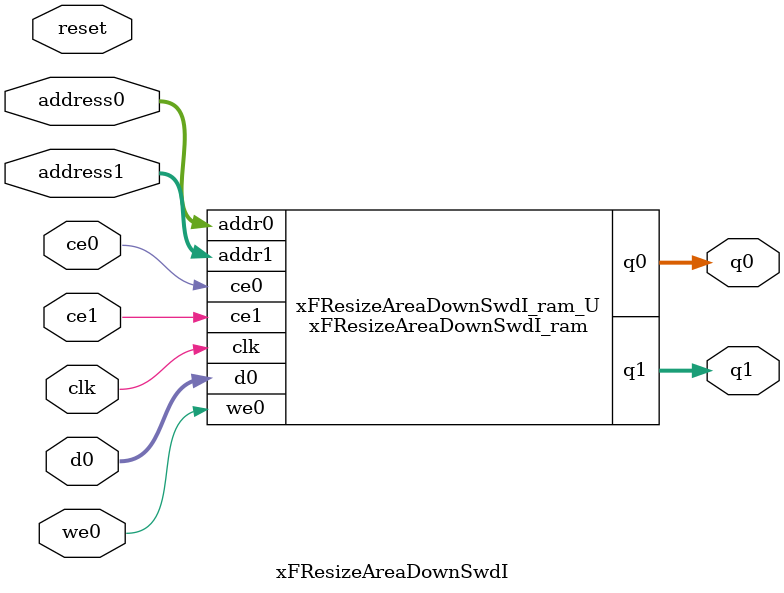
<source format=v>
`timescale 1 ns / 1 ps
module xFResizeAreaDownSwdI_ram (addr0, ce0, d0, we0, q0, addr1, ce1, q1,  clk);

parameter DWIDTH = 16;
parameter AWIDTH = 7;
parameter MEM_SIZE = 80;

input[AWIDTH-1:0] addr0;
input ce0;
input[DWIDTH-1:0] d0;
input we0;
output reg[DWIDTH-1:0] q0;
input[AWIDTH-1:0] addr1;
input ce1;
output reg[DWIDTH-1:0] q1;
input clk;

(* ram_style = "block" *)reg [DWIDTH-1:0] ram[0:MEM_SIZE-1];




always @(posedge clk)  
begin 
    if (ce0) 
    begin
        if (we0) 
        begin 
            ram[addr0] <= d0; 
        end 
        q0 <= ram[addr0];
    end
end


always @(posedge clk)  
begin 
    if (ce1) 
    begin
        q1 <= ram[addr1];
    end
end


endmodule

`timescale 1 ns / 1 ps
module xFResizeAreaDownSwdI(
    reset,
    clk,
    address0,
    ce0,
    we0,
    d0,
    q0,
    address1,
    ce1,
    q1);

parameter DataWidth = 32'd16;
parameter AddressRange = 32'd80;
parameter AddressWidth = 32'd7;
input reset;
input clk;
input[AddressWidth - 1:0] address0;
input ce0;
input we0;
input[DataWidth - 1:0] d0;
output[DataWidth - 1:0] q0;
input[AddressWidth - 1:0] address1;
input ce1;
output[DataWidth - 1:0] q1;



xFResizeAreaDownSwdI_ram xFResizeAreaDownSwdI_ram_U(
    .clk( clk ),
    .addr0( address0 ),
    .ce0( ce0 ),
    .we0( we0 ),
    .d0( d0 ),
    .q0( q0 ),
    .addr1( address1 ),
    .ce1( ce1 ),
    .q1( q1 ));

endmodule


</source>
